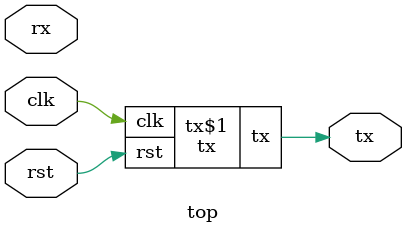
<source format=v>
/* Generated by Yosys 0.8+308 (git sha1 7682629b, clang 7.0.1-4 -fPIC -Os) */

(* \nmigen.hierarchy  = "top.rx.anonymous" *)
(* generator = "nMigen" *)
module anonymous(clk, rx, \rx$1 , rst);
  (* src = "/usr/local/lib/python3.7/dist-packages/nmigen-0.1-py3.7.egg/nmigen/lib/cdc.py:59" *)
  reg \$next\cdc0 ;
  (* src = "/usr/local/lib/python3.7/dist-packages/nmigen-0.1-py3.7.egg/nmigen/lib/cdc.py:59" *)
  reg \$next\cdc1 ;
  (* src = "/opt/FPGA/tinybx_stuff/Boneless/uart.py:21" *)
  reg \$next\rx ;
  (* init = 1'h0 *)
  (* no_retiming = 32'd1 *)
  (* src = "/usr/local/lib/python3.7/dist-packages/nmigen-0.1-py3.7.egg/nmigen/lib/cdc.py:59" *)
  reg cdc0 = 1'h0;
  (* init = 1'h0 *)
  (* no_retiming = 32'd1 *)
  (* src = "/usr/local/lib/python3.7/dist-packages/nmigen-0.1-py3.7.egg/nmigen/lib/cdc.py:59" *)
  reg cdc1 = 1'h0;
  (* src = "/usr/local/lib/python3.7/dist-packages/nmigen-0.1-py3.7.egg/nmigen/hdl/ir.py:330" *)
  input clk;
  (* src = "/usr/local/lib/python3.7/dist-packages/nmigen-0.1-py3.7.egg/nmigen/hdl/ir.py:330" *)
  input rst;
  (* src = "/opt/FPGA/tinybx_stuff/Boneless/uart.py:21" *)
  output rx;
  (* src = "/opt/FPGA/tinybx_stuff/Boneless/uart.py:10" *)
  input \rx$1 ;
  always @(posedge clk)
      cdc0 <= \$next\cdc0 ;
  always @(posedge clk)
      cdc1 <= \$next\cdc1 ;
  always @* begin
    \$next\cdc0  = cdc0;
    \$next\cdc0  = \rx$1 ;
  end
  always @* begin
    \$next\cdc1  = cdc1;
    \$next\cdc1  = cdc0;
  end
  always @* begin
    \$next\rx  = 1'h0;
    \$next\rx  = cdc1;
  end
  assign rx = \$next\rx ;
endmodule

(* \nmigen.hierarchy  = "top.rx" *)
(* generator = "nMigen" *)
module rx(clk, rx, rst);
  wire \$11 ;
  wire \$13 ;
  wire \$15 ;
  wire \$17 ;
  wire \$19 ;
  wire \$21 ;
  wire \$23 ;
  wire [4:0] \$25 ;
  wire [4:0] \$26 ;
  wire \$28 ;
  wire \$3 ;
  wire \$30 ;
  wire \$32 ;
  wire \$34 ;
  wire \$36 ;
  wire \$38 ;
  wire [32:0] \$40 ;
  wire \$5 ;
  wire \$7 ;
  wire \$9 ;
  (* src = "/opt/FPGA/tinybx_stuff/Boneless/uart.py:11" *)
  reg [7:0] \$next\data ;
  (* src = "/opt/FPGA/tinybx_stuff/Boneless/uart.py:19" *)
  reg [31:0] \$next\phase_accumulator_rx ;
  (* src = "/opt/FPGA/tinybx_stuff/Boneless/uart.py:25" *)
  reg [3:0] \$next\rx_bitcount ;
  (* src = "/opt/FPGA/tinybx_stuff/Boneless/uart.py:26" *)
  reg \$next\rx_busy ;
  (* src = "/opt/FPGA/tinybx_stuff/Boneless/uart.py:23" *)
  reg \$next\rx_r ;
  (* src = "/opt/FPGA/tinybx_stuff/Boneless/uart.py:24" *)
  reg [7:0] \$next\rx_reg ;
  (* src = "/opt/FPGA/tinybx_stuff/Boneless/uart.py:12" *)
  reg \$next\stb ;
  (* src = "/opt/FPGA/tinybx_stuff/Boneless/uart.py:18" *)
  reg \$next\uart_clk_rxen ;
  (* src = "/usr/local/lib/python3.7/dist-packages/nmigen-0.1-py3.7.egg/nmigen/hdl/ir.py:330" *)
  input clk;
  (* init = 8'h00 *)
  (* src = "/opt/FPGA/tinybx_stuff/Boneless/uart.py:11" *)
  reg [7:0] data = 8'h00;
  (* init = 32'd0 *)
  (* src = "/opt/FPGA/tinybx_stuff/Boneless/uart.py:19" *)
  reg [31:0] phase_accumulator_rx = 32'd0;
  (* src = "/usr/local/lib/python3.7/dist-packages/nmigen-0.1-py3.7.egg/nmigen/hdl/ir.py:330" *)
  input rst;
  (* src = "/opt/FPGA/tinybx_stuff/Boneless/uart.py:10" *)
  input rx;
  (* src = "/opt/FPGA/tinybx_stuff/Boneless/uart.py:21" *)
  wire \rx$1 ;
  (* init = 4'h0 *)
  (* src = "/opt/FPGA/tinybx_stuff/Boneless/uart.py:25" *)
  reg [3:0] rx_bitcount = 4'h0;
  (* init = 1'h0 *)
  (* src = "/opt/FPGA/tinybx_stuff/Boneless/uart.py:26" *)
  reg rx_busy = 1'h0;
  (* init = 1'h0 *)
  (* src = "/opt/FPGA/tinybx_stuff/Boneless/uart.py:23" *)
  reg rx_r = 1'h0;
  (* init = 8'h00 *)
  (* src = "/opt/FPGA/tinybx_stuff/Boneless/uart.py:24" *)
  reg [7:0] rx_reg = 8'h00;
  (* init = 1'h0 *)
  (* src = "/opt/FPGA/tinybx_stuff/Boneless/uart.py:12" *)
  reg stb = 1'h0;
  (* init = 1'h0 *)
  (* src = "/opt/FPGA/tinybx_stuff/Boneless/uart.py:18" *)
  reg uart_clk_rxen = 1'h0;
  assign \$9  = ~ (* src = "/opt/FPGA/tinybx_stuff/Boneless/uart.py:33" *) rx_busy;
  assign \$11  = ~ (* src = "/opt/FPGA/tinybx_stuff/Boneless/uart.py:34" *) \rx$1 ;
  assign \$13  = \$11  & (* src = "/opt/FPGA/tinybx_stuff/Boneless/uart.py:34" *) rx_r;
  assign \$15  = rx_bitcount == (* src = "/opt/FPGA/tinybx_stuff/Boneless/uart.py:42" *) 1'h0;
  assign \$17  = rx_bitcount == (* src = "/opt/FPGA/tinybx_stuff/Boneless/uart.py:45" *) 4'h9;
  anonymous \$2  (
    .clk(clk),
    .rst(rst),
    .rx(\rx$1 ),
    .\rx$1 (rx)
  );
  assign \$19  = ~ (* src = "/opt/FPGA/tinybx_stuff/Boneless/uart.py:33" *) rx_busy;
  assign \$21  = ~ (* src = "/opt/FPGA/tinybx_stuff/Boneless/uart.py:34" *) \rx$1 ;
  assign \$23  = \$21  & (* src = "/opt/FPGA/tinybx_stuff/Boneless/uart.py:34" *) rx_r;
  assign \$26  = rx_bitcount + (* src = "/opt/FPGA/tinybx_stuff/Boneless/uart.py:41" *) 1'h1;
  assign \$28  = ~ (* src = "/opt/FPGA/tinybx_stuff/Boneless/uart.py:33" *) rx_busy;
  assign \$30  = rx_bitcount == (* src = "/opt/FPGA/tinybx_stuff/Boneless/uart.py:42" *) 1'h0;
  assign \$32  = rx_bitcount == (* src = "/opt/FPGA/tinybx_stuff/Boneless/uart.py:45" *) 4'h9;
  assign \$34  = ~ (* src = "/opt/FPGA/tinybx_stuff/Boneless/uart.py:33" *) rx_busy;
  assign \$36  = rx_bitcount == (* src = "/opt/FPGA/tinybx_stuff/Boneless/uart.py:42" *) 1'h0;
  assign \$38  = rx_bitcount == (* src = "/opt/FPGA/tinybx_stuff/Boneless/uart.py:45" *) 4'h9;
  assign \$3  = ~ (* src = "/opt/FPGA/tinybx_stuff/Boneless/uart.py:33" *) rx_busy;
  assign \$40  = phase_accumulator_rx + (* src = "/opt/FPGA/tinybx_stuff/Boneless/uart.py:55" *) 17'h1b774;
  assign \$5  = rx_bitcount == (* src = "/opt/FPGA/tinybx_stuff/Boneless/uart.py:42" *) 1'h0;
  assign \$7  = rx_bitcount == (* src = "/opt/FPGA/tinybx_stuff/Boneless/uart.py:45" *) 4'h9;
  always @(posedge clk)
      phase_accumulator_rx <= \$next\phase_accumulator_rx ;
  always @(posedge clk)
      uart_clk_rxen <= \$next\uart_clk_rxen ;
  always @(posedge clk)
      rx_reg <= \$next\rx_reg ;
  always @(posedge clk)
      data <= \$next\data ;
  always @(posedge clk)
      rx_bitcount <= \$next\rx_bitcount ;
  always @(posedge clk)
      rx_busy <= \$next\rx_busy ;
  always @(posedge clk)
      rx_r <= \$next\rx_r ;
  always @(posedge clk)
      stb <= \$next\stb ;
  always @* begin
    \$next\stb  = stb;
    \$next\stb  = 1'h0;
    casez (\$3 )
      1'h1:
          /* empty */;
      1'hz:
          casez (uart_clk_rxen)
            1'h1:
                casez ({ \$7 , \$5  })
                  2'bz1:
                      /* empty */;
                  2'b1z:
                      casez (\rx$1 )
                        1'h1:
                            \$next\stb  = 1'h1;
                      endcase
                endcase
          endcase
    endcase
    casez (rst)
      1'h1:
          \$next\stb  = 1'h0;
    endcase
  end
  always @* begin
    \$next\rx_r  = rx_r;
    \$next\rx_r  = \rx$1 ;
    casez (rst)
      1'h1:
          \$next\rx_r  = 1'h0;
    endcase
  end
  always @* begin
    \$next\rx_busy  = rx_busy;
    casez (\$9 )
      1'h1:
          casez (\$13 )
            1'h1:
                \$next\rx_busy  = 1'h1;
          endcase
      1'hz:
          casez (uart_clk_rxen)
            1'h1:
                casez ({ \$17 , \$15  })
                  2'bz1:
                      casez (\rx$1 )
                        1'h1:
                            \$next\rx_busy  = 1'h0;
                      endcase
                  2'b1z:
                      \$next\rx_busy  = 1'h0;
                endcase
          endcase
    endcase
    casez (rst)
      1'h1:
          \$next\rx_busy  = 1'h0;
    endcase
  end
  always @* begin
    \$next\rx_bitcount  = rx_bitcount;
    casez (\$19 )
      1'h1:
          casez (\$23 )
            1'h1:
                \$next\rx_bitcount  = 4'h0;
          endcase
      1'hz:
          casez (uart_clk_rxen)
            1'h1:
                \$next\rx_bitcount  = \$25 [3:0];
          endcase
    endcase
    casez (rst)
      1'h1:
          \$next\rx_bitcount  = 4'h0;
    endcase
  end
  always @* begin
    \$next\data  = data;
    casez (\$28 )
      1'h1:
          /* empty */;
      1'hz:
          casez (uart_clk_rxen)
            1'h1:
                casez ({ \$32 , \$30  })
                  2'bz1:
                      /* empty */;
                  2'b1z:
                      casez (\rx$1 )
                        1'h1:
                            \$next\data  = rx_reg;
                      endcase
                endcase
          endcase
    endcase
    casez (rst)
      1'h1:
          \$next\data  = 8'h00;
    endcase
  end
  always @* begin
    \$next\rx_reg  = rx_reg;
    casez (\$34 )
      1'h1:
          /* empty */;
      1'hz:
          casez (uart_clk_rxen)
            1'h1:
                casez ({ \$38 , \$36  })
                  2'bz1:
                      /* empty */;
                  2'b1z:
                      /* empty */;
                  2'hz:
                      \$next\rx_reg  = { \rx$1 , rx_reg[7:1] };
                endcase
          endcase
    endcase
    casez (rst)
      1'h1:
          \$next\rx_reg  = 8'h00;
    endcase
  end
  always @* begin
    \$next\phase_accumulator_rx  = phase_accumulator_rx;
    \$next\uart_clk_rxen  = uart_clk_rxen;
    casez (rx_busy)
      1'h1:
          { \$next\uart_clk_rxen , \$next\phase_accumulator_rx  } = \$40 ;
      1'hz:
          { \$next\uart_clk_rxen , \$next\phase_accumulator_rx  } = 33'h080000000;
    endcase
    casez (rst)
      1'h1:
        begin
          \$next\phase_accumulator_rx  = 32'd0;
          \$next\uart_clk_rxen  = 1'h0;
        end
    endcase
  end
  assign \$25  = \$26 ;
endmodule

(* \nmigen.hierarchy  = "top" *)
(* top =  1  *)
(* generator = "nMigen" *)
module top(rx, clk, rst, tx);
  (* src = "/usr/local/lib/python3.7/dist-packages/nmigen-0.1-py3.7.egg/nmigen/hdl/ir.py:330" *)
  input clk;
  (* src = "/usr/local/lib/python3.7/dist-packages/nmigen-0.1-py3.7.egg/nmigen/hdl/ir.py:330" *)
  input rst;
  (* src = "/opt/FPGA/tinybx_stuff/Boneless/uart.py:10" *)
  input rx;
  (* src = "/opt/FPGA/tinybx_stuff/Boneless/uart.py:72" *)
  output tx;
  rx \rx$2  (
    .clk(clk),
    .rst(rst),
    .rx(rx)
  );
  tx \tx$1  (
    .clk(clk),
    .rst(rst),
    .tx(tx)
  );
endmodule

(* \nmigen.hierarchy  = "top.tx" *)
(* generator = "nMigen" *)
module tx(rst, clk, tx);
  wire \$1 ;
  wire \$11 ;
  wire \$13 ;
  wire \$15 ;
  wire \$17 ;
  wire \$19 ;
  wire \$21 ;
  wire \$23 ;
  wire \$25 ;
  wire \$27 ;
  wire \$29 ;
  wire \$3 ;
  wire \$31 ;
  wire \$33 ;
  wire \$35 ;
  wire \$37 ;
  wire [4:0] \$39 ;
  wire [4:0] \$40 ;
  wire \$42 ;
  wire \$44 ;
  wire \$46 ;
  wire \$48 ;
  wire \$5 ;
  wire \$50 ;
  wire \$52 ;
  wire \$54 ;
  wire \$56 ;
  wire \$58 ;
  wire \$60 ;
  wire \$62 ;
  wire \$64 ;
  wire \$66 ;
  wire \$68 ;
  wire \$7 ;
  wire [32:0] \$70 ;
  wire \$9 ;
  (* src = "/opt/FPGA/tinybx_stuff/Boneless/uart.py:75" *)
  reg \$next\ack ;
  (* src = "/opt/FPGA/tinybx_stuff/Boneless/uart.py:82" *)
  reg [31:0] \$next\phase_accumulator_tx ;
  (* src = "/opt/FPGA/tinybx_stuff/Boneless/uart.py:72" *)
  reg \$next\tx ;
  (* src = "/opt/FPGA/tinybx_stuff/Boneless/uart.py:85" *)
  reg [3:0] \$next\tx_bitcount ;
  (* src = "/opt/FPGA/tinybx_stuff/Boneless/uart.py:86" *)
  reg \$next\tx_busy ;
  (* src = "/opt/FPGA/tinybx_stuff/Boneless/uart.py:84" *)
  reg [7:0] \$next\tx_reg ;
  (* src = "/opt/FPGA/tinybx_stuff/Boneless/uart.py:81" *)
  reg \$next\uart_clk_txen ;
  (* init = 1'h0 *)
  (* src = "/opt/FPGA/tinybx_stuff/Boneless/uart.py:75" *)
  reg ack = 1'h0;
  (* src = "/usr/local/lib/python3.7/dist-packages/nmigen-0.1-py3.7.egg/nmigen/hdl/ir.py:330" *)
  input clk;
  (* src = "/opt/FPGA/tinybx_stuff/Boneless/uart.py:73" *)
  wire [7:0] data;
  (* init = 32'd0 *)
  (* src = "/opt/FPGA/tinybx_stuff/Boneless/uart.py:82" *)
  reg [31:0] phase_accumulator_tx = 32'd0;
  (* src = "/usr/local/lib/python3.7/dist-packages/nmigen-0.1-py3.7.egg/nmigen/hdl/ir.py:330" *)
  input rst;
  (* src = "/opt/FPGA/tinybx_stuff/Boneless/uart.py:74" *)
  wire stb;
  (* init = 1'h1 *)
  (* src = "/opt/FPGA/tinybx_stuff/Boneless/uart.py:72" *)
  output tx;
  reg tx = 1'h1;
  (* init = 4'h0 *)
  (* src = "/opt/FPGA/tinybx_stuff/Boneless/uart.py:85" *)
  reg [3:0] tx_bitcount = 4'h0;
  (* init = 1'h0 *)
  (* src = "/opt/FPGA/tinybx_stuff/Boneless/uart.py:86" *)
  reg tx_busy = 1'h0;
  (* init = 8'h00 *)
  (* src = "/opt/FPGA/tinybx_stuff/Boneless/uart.py:84" *)
  reg [7:0] tx_reg = 8'h00;
  (* init = 1'h0 *)
  (* src = "/opt/FPGA/tinybx_stuff/Boneless/uart.py:81" *)
  reg uart_clk_txen = 1'h0;
  assign \$9  = uart_clk_txen & (* src = "/opt/FPGA/tinybx_stuff/Boneless/uart.py:95" *) tx_busy;
  assign \$11  = tx_bitcount == (* src = "/opt/FPGA/tinybx_stuff/Boneless/uart.py:97" *) 4'h8;
  assign \$13  = tx_bitcount == (* src = "/opt/FPGA/tinybx_stuff/Boneless/uart.py:99" *) 4'h9;
  assign \$15  = ~ (* src = "/opt/FPGA/tinybx_stuff/Boneless/uart.py:88" *) tx_busy;
  assign \$17  = stb & (* src = "/opt/FPGA/tinybx_stuff/Boneless/uart.py:88" *) \$15 ;
  assign \$1  = ~ (* src = "/opt/FPGA/tinybx_stuff/Boneless/uart.py:88" *) tx_busy;
  assign \$19  = ~ (* src = "/opt/FPGA/tinybx_stuff/Boneless/uart.py:88" *) ack;
  assign \$21  = \$17  & (* src = "/opt/FPGA/tinybx_stuff/Boneless/uart.py:88" *) \$19 ;
  assign \$23  = uart_clk_txen & (* src = "/opt/FPGA/tinybx_stuff/Boneless/uart.py:95" *) tx_busy;
  assign \$25  = tx_bitcount == (* src = "/opt/FPGA/tinybx_stuff/Boneless/uart.py:97" *) 4'h8;
  assign \$27  = tx_bitcount == (* src = "/opt/FPGA/tinybx_stuff/Boneless/uart.py:99" *) 4'h9;
  assign \$29  = ~ (* src = "/opt/FPGA/tinybx_stuff/Boneless/uart.py:88" *) tx_busy;
  assign \$31  = stb & (* src = "/opt/FPGA/tinybx_stuff/Boneless/uart.py:88" *) \$29 ;
  assign \$33  = ~ (* src = "/opt/FPGA/tinybx_stuff/Boneless/uart.py:88" *) ack;
  assign \$35  = \$31  & (* src = "/opt/FPGA/tinybx_stuff/Boneless/uart.py:88" *) \$33 ;
  assign \$37  = uart_clk_txen & (* src = "/opt/FPGA/tinybx_stuff/Boneless/uart.py:95" *) tx_busy;
  assign \$3  = stb & (* src = "/opt/FPGA/tinybx_stuff/Boneless/uart.py:88" *) \$1 ;
  assign \$40  = tx_bitcount + (* src = "/opt/FPGA/tinybx_stuff/Boneless/uart.py:96" *) 1'h1;
  assign \$42  = ~ (* src = "/opt/FPGA/tinybx_stuff/Boneless/uart.py:88" *) tx_busy;
  assign \$44  = stb & (* src = "/opt/FPGA/tinybx_stuff/Boneless/uart.py:88" *) \$42 ;
  assign \$46  = ~ (* src = "/opt/FPGA/tinybx_stuff/Boneless/uart.py:88" *) ack;
  assign \$48  = \$44  & (* src = "/opt/FPGA/tinybx_stuff/Boneless/uart.py:88" *) \$46 ;
  assign \$50  = uart_clk_txen & (* src = "/opt/FPGA/tinybx_stuff/Boneless/uart.py:95" *) tx_busy;
  assign \$52  = tx_bitcount == (* src = "/opt/FPGA/tinybx_stuff/Boneless/uart.py:97" *) 4'h8;
  assign \$54  = tx_bitcount == (* src = "/opt/FPGA/tinybx_stuff/Boneless/uart.py:99" *) 4'h9;
  assign \$56  = ~ (* src = "/opt/FPGA/tinybx_stuff/Boneless/uart.py:88" *) tx_busy;
  assign \$58  = stb & (* src = "/opt/FPGA/tinybx_stuff/Boneless/uart.py:88" *) \$56 ;
  assign \$5  = ~ (* src = "/opt/FPGA/tinybx_stuff/Boneless/uart.py:88" *) ack;
  assign \$60  = ~ (* src = "/opt/FPGA/tinybx_stuff/Boneless/uart.py:88" *) ack;
  assign \$62  = \$58  & (* src = "/opt/FPGA/tinybx_stuff/Boneless/uart.py:88" *) \$60 ;
  assign \$64  = uart_clk_txen & (* src = "/opt/FPGA/tinybx_stuff/Boneless/uart.py:95" *) tx_busy;
  assign \$66  = tx_bitcount == (* src = "/opt/FPGA/tinybx_stuff/Boneless/uart.py:97" *) 4'h8;
  assign \$68  = tx_bitcount == (* src = "/opt/FPGA/tinybx_stuff/Boneless/uart.py:99" *) 4'h9;
  assign \$70  = phase_accumulator_tx + (* src = "/opt/FPGA/tinybx_stuff/Boneless/uart.py:111" *) 17'h1b774;
  assign \$7  = \$3  & (* src = "/opt/FPGA/tinybx_stuff/Boneless/uart.py:88" *) \$5 ;
  always @(posedge clk)
      phase_accumulator_tx <= \$next\phase_accumulator_tx ;
  always @(posedge clk)
      uart_clk_txen <= \$next\uart_clk_txen ;
  always @(posedge clk)
      tx <= \$next\tx ;
  always @(posedge clk)
      tx_busy <= \$next\tx_busy ;
  always @(posedge clk)
      tx_bitcount <= \$next\tx_bitcount ;
  always @(posedge clk)
      tx_reg <= \$next\tx_reg ;
  always @(posedge clk)
      ack <= \$next\ack ;
  always @* begin
    \$next\ack  = ack;
    \$next\ack  = 1'h0;
    casez ({ \$9 , \$7  })
      2'bz1:
          /* empty */;
      2'b1z:
          casez ({ \$13 , \$11  })
            2'bz1:
                /* empty */;
            2'b1z:
                \$next\ack  = 1'h1;
          endcase
    endcase
    casez (rst)
      1'h1:
          \$next\ack  = 1'h0;
    endcase
  end
  always @* begin
    \$next\tx_reg  = tx_reg;
    casez ({ \$23 , \$21  })
      2'bz1:
          \$next\tx_reg  = data;
      2'b1z:
          casez ({ \$27 , \$25  })
            2'bz1:
                /* empty */;
            2'b1z:
                /* empty */;
            2'hz:
                \$next\tx_reg  = { 1'h0, tx_reg[7:1] };
          endcase
    endcase
    casez (rst)
      1'h1:
          \$next\tx_reg  = 8'h00;
    endcase
  end
  always @* begin
    \$next\tx_bitcount  = tx_bitcount;
    casez ({ \$37 , \$35  })
      2'bz1:
          \$next\tx_bitcount  = 4'h0;
      2'b1z:
          \$next\tx_bitcount  = \$39 [3:0];
    endcase
    casez (rst)
      1'h1:
          \$next\tx_bitcount  = 4'h0;
    endcase
  end
  always @* begin
    \$next\tx_busy  = tx_busy;
    casez ({ \$50 , \$48  })
      2'bz1:
          \$next\tx_busy  = 1'h1;
      2'b1z:
          casez ({ \$54 , \$52  })
            2'bz1:
                /* empty */;
            2'b1z:
                \$next\tx_busy  = 1'h0;
          endcase
    endcase
    casez (rst)
      1'h1:
          \$next\tx_busy  = 1'h0;
    endcase
  end
  always @* begin
    \$next\tx  = tx;
    casez ({ \$64 , \$62  })
      2'bz1:
          \$next\tx  = 1'h0;
      2'b1z:
          casez ({ \$68 , \$66  })
            2'bz1:
                \$next\tx  = 1'h1;
            2'b1z:
                \$next\tx  = 1'h1;
            2'hz:
                \$next\tx  = tx_reg[0];
          endcase
    endcase
    casez (rst)
      1'h1:
          \$next\tx  = 1'h1;
    endcase
  end
  always @* begin
    \$next\phase_accumulator_tx  = phase_accumulator_tx;
    \$next\uart_clk_txen  = uart_clk_txen;
    casez (tx_busy)
      1'h1:
          { \$next\uart_clk_txen , \$next\phase_accumulator_tx  } = \$70 ;
      1'hz:
          { \$next\uart_clk_txen , \$next\phase_accumulator_tx  } = 33'h000000000;
    endcase
    casez (rst)
      1'h1:
        begin
          \$next\phase_accumulator_tx  = 32'd0;
          \$next\uart_clk_txen  = 1'h0;
        end
    endcase
  end
  assign \$39  = \$40 ;
  assign stb = 1'h0;
  assign data = 8'h00;
endmodule


</source>
